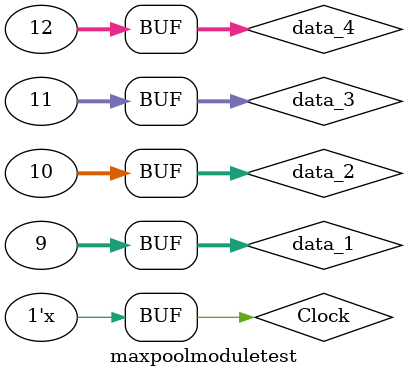
<source format=v>
`timescale 1ns / 1ps


module maxpoolmoduletest;

	// Inputs
	reg Clock;
	reg [31:0] data_1;
	reg [31:0] data_2;
	reg [31:0] data_3;
	reg [31:0] data_4;

	// Outputs
	wire [31:0] data_5;

	// Instantiate the Unit Under Test (UUT)
	maxpoolmodule uut (
		.Clock(Clock), 
		.data_1(data_1), 
		.data_2(data_2), 
		.data_3(data_3), 
		.data_4(data_4), 
		.data_5(data_5)
	);

	initial begin
		// Initialize Inputs
		Clock = 0;
		data_1 = 0;
		data_2 = 0;
		data_3 = 0;
		data_4 = 0;
		
		// Wait 100 ns for global reset to finish
		#100;
      
		// Add stimulus here
		data_1 = 1;
		data_2 = 2;
		data_3 = 3;
		data_4 = 4;
		#100;
		
		data_1 = 5;
		data_2 = 6;
		data_3 = 7;
		data_4 = 8;
		#100;
		
		data_1 = 9;
		data_2 = 10;
		data_3 = 11;
		data_4 = 12;
		#100;
		
	end
	
	always begin
		Clock=~Clock;
		#50;
	end
	
endmodule


</source>
